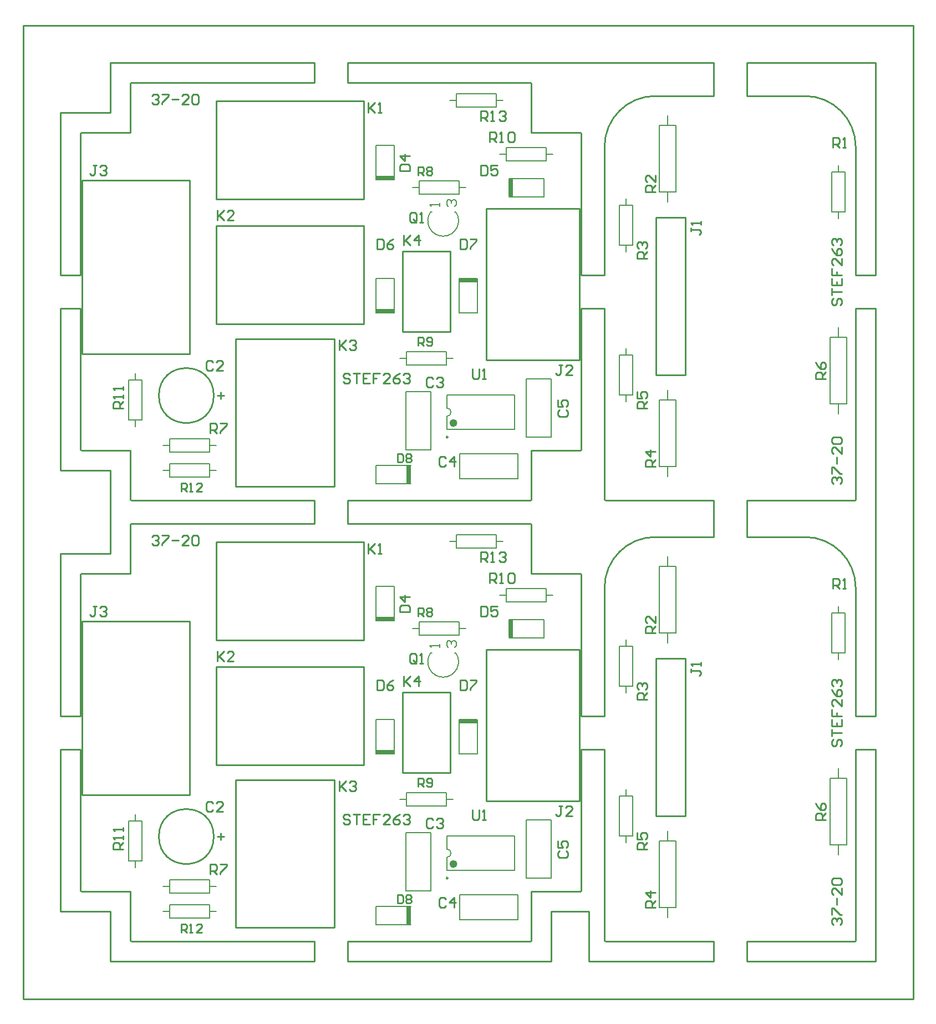
<source format=gto>
G04 Layer_Color=65535*
%FSLAX25Y25*%
%MOIN*%
G70*
G01*
G75*
%ADD17C,0.01000*%
%ADD42C,0.02362*%
%ADD43C,0.00984*%
%ADD44C,0.00787*%
%ADD45C,0.00591*%
%ADD46R,0.03150X0.11024*%
%ADD47R,0.11024X0.03150*%
%ADD48R,0.11024X0.03150*%
D17*
X114600Y362500D02*
G03*
X114600Y362500I-16500J0D01*
G01*
Y97500D02*
G03*
X114600Y97500I-16500J0D01*
G01*
X380492Y374882D02*
Y469370D01*
Y374882D02*
X398209D01*
X380492Y469370D02*
X398209D01*
Y374882D02*
Y469370D01*
X380492Y109882D02*
Y204370D01*
Y109882D02*
X398209D01*
X380492Y204370D02*
X398209D01*
Y109882D02*
Y204370D01*
X228200Y400800D02*
X256900D01*
Y449200D01*
X228200Y400800D02*
Y449200D01*
X256900D01*
X187000Y307800D02*
Y396400D01*
X127900D02*
X187000D01*
X127900Y307800D02*
X187000D01*
X127900D02*
Y396400D01*
X116100Y464500D02*
X204700D01*
X116100Y405400D02*
Y464500D01*
X204700Y405400D02*
Y464500D01*
X116100Y405400D02*
X204700D01*
X116100Y539500D02*
X204700D01*
X116100Y480400D02*
Y539500D01*
X204700Y480400D02*
Y539500D01*
X116100Y480400D02*
X204700D01*
X278583Y383917D02*
X334488D01*
Y474862D01*
X278583Y383917D02*
Y474862D01*
X334488D01*
X116780Y362500D02*
X120780D01*
X118780Y360500D02*
Y364500D01*
X35443Y491898D02*
X100089D01*
X35443Y387646D02*
Y491898D01*
X100089Y387646D02*
Y491898D01*
X35443Y387646D02*
X100089D01*
X228200Y135800D02*
X256900D01*
Y184200D01*
X228200Y135800D02*
Y184200D01*
X256900D01*
X187000Y42800D02*
Y131400D01*
X127900D02*
X187000D01*
X127900Y42800D02*
X187000D01*
X127900D02*
Y131400D01*
X116100Y199500D02*
X204700D01*
X116100Y140400D02*
Y199500D01*
X204700Y140400D02*
Y199500D01*
X116100Y140400D02*
X204700D01*
X116100Y274500D02*
X204700D01*
X116100Y215400D02*
Y274500D01*
X204700Y215400D02*
Y274500D01*
X116100Y215400D02*
X204700D01*
X278583Y118917D02*
X334488D01*
Y209862D01*
X278583Y118917D02*
Y209862D01*
X334488D01*
X116780Y97500D02*
X120780D01*
X118780Y95500D02*
Y99500D01*
X35443Y226898D02*
X100089D01*
X35443Y122646D02*
Y226898D01*
X100089Y122646D02*
Y226898D01*
X35443Y122646D02*
X100089D01*
X487002Y44500D02*
X486002Y45500D01*
Y47499D01*
X487002Y48499D01*
X488001D01*
X489001Y47499D01*
Y46499D01*
Y47499D01*
X490001Y48499D01*
X491000D01*
X492000Y47499D01*
Y45500D01*
X491000Y44500D01*
X486002Y50498D02*
Y54497D01*
X487002D01*
X491000Y50498D01*
X492000D01*
X489001Y56496D02*
Y60495D01*
X492000Y66493D02*
Y62494D01*
X488001Y66493D01*
X487002D01*
X486002Y65493D01*
Y63494D01*
X487002Y62494D01*
Y68492D02*
X486002Y69492D01*
Y71491D01*
X487002Y72491D01*
X491000D01*
X492000Y71491D01*
Y69492D01*
X491000Y68492D01*
X487002D01*
Y155999D02*
X486002Y154999D01*
Y153000D01*
X487002Y152000D01*
X488001D01*
X489001Y153000D01*
Y154999D01*
X490001Y155999D01*
X491000D01*
X492000Y154999D01*
Y153000D01*
X491000Y152000D01*
X486002Y157998D02*
Y161997D01*
Y159997D01*
X492000D01*
X486002Y167995D02*
Y163996D01*
X492000D01*
Y167995D01*
X489001Y163996D02*
Y165996D01*
X486002Y173993D02*
Y169994D01*
X489001D01*
Y171994D01*
Y169994D01*
X492000D01*
Y179991D02*
Y175992D01*
X488001Y179991D01*
X487002D01*
X486002Y178991D01*
Y176992D01*
X487002Y175992D01*
X486002Y185989D02*
X487002Y183990D01*
X489001Y181990D01*
X491000D01*
X492000Y182990D01*
Y184989D01*
X491000Y185989D01*
X490001D01*
X489001Y184989D01*
Y181990D01*
X487002Y187988D02*
X486002Y188988D01*
Y190987D01*
X487002Y191987D01*
X488001D01*
X489001Y190987D01*
Y189988D01*
Y190987D01*
X490001Y191987D01*
X491000D01*
X492000Y190987D01*
Y188988D01*
X491000Y187988D01*
X487002Y309500D02*
X486002Y310500D01*
Y312499D01*
X487002Y313499D01*
X488001D01*
X489001Y312499D01*
Y311499D01*
Y312499D01*
X490001Y313499D01*
X491000D01*
X492000Y312499D01*
Y310500D01*
X491000Y309500D01*
X486002Y315498D02*
Y319497D01*
X487002D01*
X491000Y315498D01*
X492000D01*
X489001Y321496D02*
Y325495D01*
X492000Y331493D02*
Y327494D01*
X488001Y331493D01*
X487002D01*
X486002Y330493D01*
Y328494D01*
X487002Y327494D01*
Y333492D02*
X486002Y334492D01*
Y336491D01*
X487002Y337491D01*
X491000D01*
X492000Y336491D01*
Y334492D01*
X491000Y333492D01*
X487002D01*
Y420999D02*
X486002Y419999D01*
Y418000D01*
X487002Y417000D01*
X488001D01*
X489001Y418000D01*
Y419999D01*
X490001Y420999D01*
X491000D01*
X492000Y419999D01*
Y418000D01*
X491000Y417000D01*
X486002Y422998D02*
Y426997D01*
Y424997D01*
X492000D01*
X486002Y432995D02*
Y428996D01*
X492000D01*
Y432995D01*
X489001Y428996D02*
Y430996D01*
X486002Y438993D02*
Y434994D01*
X489001D01*
Y436994D01*
Y434994D01*
X492000D01*
Y444991D02*
Y440992D01*
X488001Y444991D01*
X487002D01*
X486002Y443991D01*
Y441992D01*
X487002Y440992D01*
X486002Y450989D02*
X487002Y448990D01*
X489001Y446990D01*
X491000D01*
X492000Y447990D01*
Y449989D01*
X491000Y450989D01*
X490001D01*
X489001Y449989D01*
Y446990D01*
X487002Y452988D02*
X486002Y453988D01*
Y455987D01*
X487002Y456987D01*
X488001D01*
X489001Y455987D01*
Y454988D01*
Y455987D01*
X490001Y456987D01*
X491000D01*
X492000Y455987D01*
Y453988D01*
X491000Y452988D01*
X401502Y463251D02*
Y461251D01*
Y462251D01*
X406500D01*
X407500Y461251D01*
Y460252D01*
X406500Y459252D01*
X407500Y465250D02*
Y467249D01*
Y466250D01*
X401502D01*
X402502Y465250D01*
X486600Y511500D02*
Y517498D01*
X489599D01*
X490599Y516498D01*
Y514499D01*
X489599Y513499D01*
X486600D01*
X488599D02*
X490599Y511500D01*
X492598D02*
X494597D01*
X493598D01*
Y517498D01*
X492598Y516498D01*
X380000Y485000D02*
X374002D01*
Y487999D01*
X375002Y488999D01*
X377001D01*
X378001Y487999D01*
Y485000D01*
Y486999D02*
X380000Y488999D01*
Y494997D02*
Y490998D01*
X376001Y494997D01*
X375002D01*
X374002Y493997D01*
Y491998D01*
X375002Y490998D01*
X375000Y445000D02*
X369002D01*
Y447999D01*
X370002Y448999D01*
X372001D01*
X373001Y447999D01*
Y445000D01*
Y446999D02*
X375000Y448999D01*
X370002Y450998D02*
X369002Y451998D01*
Y453997D01*
X370002Y454997D01*
X371001D01*
X372001Y453997D01*
Y452997D01*
Y453997D01*
X373001Y454997D01*
X374000D01*
X375000Y453997D01*
Y451998D01*
X374000Y450998D01*
X380000Y320000D02*
X374002D01*
Y322999D01*
X375002Y323999D01*
X377001D01*
X378001Y322999D01*
Y320000D01*
Y321999D02*
X380000Y323999D01*
Y328997D02*
X374002D01*
X377001Y325998D01*
Y329997D01*
X375000Y355000D02*
X369002D01*
Y357999D01*
X370002Y358999D01*
X372001D01*
X373001Y357999D01*
Y355000D01*
Y356999D02*
X375000Y358999D01*
X369002Y364997D02*
Y360998D01*
X372001D01*
X371001Y362997D01*
Y363997D01*
X372001Y364997D01*
X374000D01*
X375000Y363997D01*
Y361998D01*
X374000Y360998D01*
X482500Y372500D02*
X476502D01*
Y375499D01*
X477502Y376499D01*
X479501D01*
X480501Y375499D01*
Y372500D01*
Y374499D02*
X482500Y376499D01*
X476502Y382497D02*
X477502Y380497D01*
X479501Y378498D01*
X481500D01*
X482500Y379498D01*
Y381497D01*
X481500Y382497D01*
X480501D01*
X479501Y381497D01*
Y378498D01*
X401502Y198251D02*
Y196251D01*
Y197251D01*
X406500D01*
X407500Y196251D01*
Y195252D01*
X406500Y194252D01*
X407500Y200250D02*
Y202249D01*
Y201250D01*
X401502D01*
X402502Y200250D01*
X486600Y246500D02*
Y252498D01*
X489599D01*
X490599Y251498D01*
Y249499D01*
X489599Y248499D01*
X486600D01*
X488599D02*
X490599Y246500D01*
X492598D02*
X494597D01*
X493598D01*
Y252498D01*
X492598Y251498D01*
X380000Y220000D02*
X374002D01*
Y222999D01*
X375002Y223999D01*
X377001D01*
X378001Y222999D01*
Y220000D01*
Y221999D02*
X380000Y223999D01*
Y229997D02*
Y225998D01*
X376001Y229997D01*
X375002D01*
X374002Y228997D01*
Y226998D01*
X375002Y225998D01*
X375000Y180000D02*
X369002D01*
Y182999D01*
X370002Y183999D01*
X372001D01*
X373001Y182999D01*
Y180000D01*
Y181999D02*
X375000Y183999D01*
X370002Y185998D02*
X369002Y186998D01*
Y188997D01*
X370002Y189997D01*
X371001D01*
X372001Y188997D01*
Y187997D01*
Y188997D01*
X373001Y189997D01*
X374000D01*
X375000Y188997D01*
Y186998D01*
X374000Y185998D01*
X380000Y55000D02*
X374002D01*
Y57999D01*
X375002Y58999D01*
X377001D01*
X378001Y57999D01*
Y55000D01*
Y56999D02*
X380000Y58999D01*
Y63997D02*
X374002D01*
X377001Y60998D01*
Y64997D01*
X375000Y90000D02*
X369002D01*
Y92999D01*
X370002Y93999D01*
X372001D01*
X373001Y92999D01*
Y90000D01*
Y91999D02*
X375000Y93999D01*
X369002Y99997D02*
Y95998D01*
X372001D01*
X371001Y97997D01*
Y98997D01*
X372001Y99997D01*
X374000D01*
X375000Y98997D01*
Y96998D01*
X374000Y95998D01*
X482500Y107500D02*
X476502D01*
Y110499D01*
X477502Y111499D01*
X479501D01*
X480501Y110499D01*
Y107500D01*
Y109499D02*
X482500Y111499D01*
X476502Y117497D02*
X477502Y115497D01*
X479501Y113498D01*
X481500D01*
X482500Y114498D01*
Y116497D01*
X481500Y117497D01*
X480501D01*
X479501Y116497D01*
Y113498D01*
X270000Y378498D02*
Y373500D01*
X271000Y372500D01*
X272999D01*
X273999Y373500D01*
Y378498D01*
X275998Y372500D02*
X277997D01*
X276998D01*
Y378498D01*
X275998Y377498D01*
X275000Y527500D02*
Y533498D01*
X277999D01*
X278999Y532498D01*
Y530499D01*
X277999Y529499D01*
X275000D01*
X276999D02*
X278999Y527500D01*
X280998D02*
X282997D01*
X281998D01*
Y533498D01*
X280998Y532498D01*
X285996D02*
X286996Y533498D01*
X288996D01*
X289995Y532498D01*
Y531499D01*
X288996Y530499D01*
X287996D01*
X288996D01*
X289995Y529499D01*
Y528500D01*
X288996Y527500D01*
X286996D01*
X285996Y528500D01*
X95000Y305000D02*
Y309998D01*
X97499D01*
X98332Y309165D01*
Y307499D01*
X97499Y306666D01*
X95000D01*
X96666D02*
X98332Y305000D01*
X99998D02*
X101664D01*
X100831D01*
Y309998D01*
X99998Y309165D01*
X107496Y305000D02*
X104164D01*
X107496Y308332D01*
Y309165D01*
X106663Y309998D01*
X104997D01*
X104164Y309165D01*
X60000Y355000D02*
X54002D01*
Y357999D01*
X55002Y358999D01*
X57001D01*
X58001Y357999D01*
Y355000D01*
Y356999D02*
X60000Y358999D01*
Y360998D02*
Y362997D01*
Y361998D01*
X54002D01*
X55002Y360998D01*
X60000Y365996D02*
Y367996D01*
Y366996D01*
X54002D01*
X55002Y365996D01*
X280300Y514900D02*
Y520898D01*
X283299D01*
X284299Y519898D01*
Y517899D01*
X283299Y516899D01*
X280300D01*
X282299D02*
X284299Y514900D01*
X286298D02*
X288297D01*
X287298D01*
Y520898D01*
X286298Y519898D01*
X291296D02*
X292296Y520898D01*
X294296D01*
X295295Y519898D01*
Y515900D01*
X294296Y514900D01*
X292296D01*
X291296Y515900D01*
Y519898D01*
X237500Y392500D02*
Y397498D01*
X239999D01*
X240832Y396665D01*
Y394999D01*
X239999Y394166D01*
X237500D01*
X239166D02*
X240832Y392500D01*
X242498Y393333D02*
X243331Y392500D01*
X244998D01*
X245831Y393333D01*
Y396665D01*
X244998Y397498D01*
X243331D01*
X242498Y396665D01*
Y395832D01*
X243331Y394999D01*
X245831D01*
X237500Y495000D02*
Y499998D01*
X239999D01*
X240832Y499165D01*
Y497499D01*
X239999Y496666D01*
X237500D01*
X239166D02*
X240832Y495000D01*
X242498Y499165D02*
X243331Y499998D01*
X244998D01*
X245831Y499165D01*
Y498332D01*
X244998Y497499D01*
X245831Y496666D01*
Y495833D01*
X244998Y495000D01*
X243331D01*
X242498Y495833D01*
Y496666D01*
X243331Y497499D01*
X242498Y498332D01*
Y499165D01*
X243331Y497499D02*
X244998D01*
X112500Y340000D02*
Y345998D01*
X115499D01*
X116499Y344998D01*
Y342999D01*
X115499Y341999D01*
X112500D01*
X114499D02*
X116499Y340000D01*
X118498Y345998D02*
X122497D01*
Y344998D01*
X118498Y341000D01*
Y340000D01*
X236499Y467500D02*
Y471498D01*
X235499Y472498D01*
X233500D01*
X232500Y471498D01*
Y467500D01*
X233500Y466500D01*
X235499D01*
X234499Y468499D02*
X236499Y466500D01*
X235499D02*
X236499Y467500D01*
X238498Y466500D02*
X240497D01*
X239498D01*
Y472498D01*
X238498Y471498D01*
X228700Y458698D02*
Y452700D01*
Y454699D01*
X232699Y458698D01*
X229700Y455699D01*
X232699Y452700D01*
X237697D02*
Y458698D01*
X234698Y455699D01*
X238697D01*
X190000Y395998D02*
Y390000D01*
Y391999D01*
X193999Y395998D01*
X191000Y392999D01*
X193999Y390000D01*
X195998Y394998D02*
X196998Y395998D01*
X198997D01*
X199997Y394998D01*
Y393999D01*
X198997Y392999D01*
X197997D01*
X198997D01*
X199997Y391999D01*
Y391000D01*
X198997Y390000D01*
X196998D01*
X195998Y391000D01*
X116600Y473998D02*
Y468000D01*
Y469999D01*
X120599Y473998D01*
X117600Y470999D01*
X120599Y468000D01*
X126597D02*
X122598D01*
X126597Y471999D01*
Y472998D01*
X125597Y473998D01*
X123598D01*
X122598Y472998D01*
X207500Y538498D02*
Y532500D01*
Y534499D01*
X211499Y538498D01*
X208500Y535499D01*
X211499Y532500D01*
X213498D02*
X215497D01*
X214498D01*
Y538498D01*
X213498Y537498D01*
X323999Y380998D02*
X321999D01*
X322999D01*
Y376000D01*
X321999Y375000D01*
X321000D01*
X320000Y376000D01*
X329997Y375000D02*
X325998D01*
X329997Y378999D01*
Y379998D01*
X328997Y380998D01*
X326998D01*
X325998Y379998D01*
X225000Y327498D02*
Y322500D01*
X227499D01*
X228332Y323333D01*
Y326665D01*
X227499Y327498D01*
X225000D01*
X229998Y326665D02*
X230831Y327498D01*
X232498D01*
X233331Y326665D01*
Y325832D01*
X232498Y324999D01*
X233331Y324166D01*
Y323333D01*
X232498Y322500D01*
X230831D01*
X229998Y323333D01*
Y324166D01*
X230831Y324999D01*
X229998Y325832D01*
Y326665D01*
X230831Y324999D02*
X232498D01*
X262600Y456398D02*
Y450400D01*
X265599D01*
X266599Y451400D01*
Y455398D01*
X265599Y456398D01*
X262600D01*
X268598D02*
X272597D01*
Y455398D01*
X268598Y451400D01*
Y450400D01*
X212600Y456398D02*
Y450400D01*
X215599D01*
X216599Y451400D01*
Y455398D01*
X215599Y456398D01*
X212600D01*
X222597D02*
X220597Y455398D01*
X218598Y453399D01*
Y451400D01*
X219598Y450400D01*
X221597D01*
X222597Y451400D01*
Y452399D01*
X221597Y453399D01*
X218598D01*
X275000Y500998D02*
Y495000D01*
X277999D01*
X278999Y496000D01*
Y499998D01*
X277999Y500998D01*
X275000D01*
X284997D02*
X280998D01*
Y497999D01*
X282997Y498999D01*
X283997D01*
X284997Y497999D01*
Y496000D01*
X283997Y495000D01*
X281998D01*
X280998Y496000D01*
X226502Y497500D02*
X232500D01*
Y500499D01*
X231500Y501499D01*
X227502D01*
X226502Y500499D01*
Y497500D01*
X232500Y506497D02*
X226502D01*
X229501Y503498D01*
Y507497D01*
X322502Y353999D02*
X321502Y352999D01*
Y351000D01*
X322502Y350000D01*
X326500D01*
X327500Y351000D01*
Y352999D01*
X326500Y353999D01*
X321502Y359997D02*
Y355998D01*
X324501D01*
X323501Y357997D01*
Y358997D01*
X324501Y359997D01*
X326500D01*
X327500Y358997D01*
Y356998D01*
X326500Y355998D01*
X253999Y324998D02*
X252999Y325998D01*
X251000D01*
X250000Y324998D01*
Y321000D01*
X251000Y320000D01*
X252999D01*
X253999Y321000D01*
X258997Y320000D02*
Y325998D01*
X255998Y322999D01*
X259997D01*
X246499Y372498D02*
X245499Y373498D01*
X243500D01*
X242500Y372498D01*
Y368500D01*
X243500Y367500D01*
X245499D01*
X246499Y368500D01*
X248498Y372498D02*
X249498Y373498D01*
X251497D01*
X252497Y372498D01*
Y371499D01*
X251497Y370499D01*
X250497D01*
X251497D01*
X252497Y369499D01*
Y368500D01*
X251497Y367500D01*
X249498D01*
X248498Y368500D01*
X113999Y382498D02*
X112999Y383498D01*
X111000D01*
X110000Y382498D01*
Y378500D01*
X111000Y377500D01*
X112999D01*
X113999Y378500D01*
X119997Y377500D02*
X115998D01*
X119997Y381499D01*
Y382498D01*
X118997Y383498D01*
X116998D01*
X115998Y382498D01*
X43999Y500998D02*
X41999D01*
X42999D01*
Y496000D01*
X41999Y495000D01*
X41000D01*
X40000Y496000D01*
X45998Y499998D02*
X46998Y500998D01*
X48997D01*
X49997Y499998D01*
Y498999D01*
X48997Y497999D01*
X47997D01*
X48997D01*
X49997Y496999D01*
Y496000D01*
X48997Y495000D01*
X46998D01*
X45998Y496000D01*
X196499Y374998D02*
X195499Y375998D01*
X193500D01*
X192500Y374998D01*
Y373999D01*
X193500Y372999D01*
X195499D01*
X196499Y371999D01*
Y371000D01*
X195499Y370000D01*
X193500D01*
X192500Y371000D01*
X198498Y375998D02*
X202497D01*
X200497D01*
Y370000D01*
X208495Y375998D02*
X204496D01*
Y370000D01*
X208495D01*
X204496Y372999D02*
X206495D01*
X214493Y375998D02*
X210494D01*
Y372999D01*
X212493D01*
X210494D01*
Y370000D01*
X220491D02*
X216492D01*
X220491Y373999D01*
Y374998D01*
X219491Y375998D01*
X217492D01*
X216492Y374998D01*
X226489Y375998D02*
X224490Y374998D01*
X222490Y372999D01*
Y371000D01*
X223490Y370000D01*
X225489D01*
X226489Y371000D01*
Y371999D01*
X225489Y372999D01*
X222490D01*
X228488Y374998D02*
X229488Y375998D01*
X231487D01*
X232487Y374998D01*
Y373999D01*
X231487Y372999D01*
X230488D01*
X231487D01*
X232487Y371999D01*
Y371000D01*
X231487Y370000D01*
X229488D01*
X228488Y371000D01*
X77500Y542498D02*
X78500Y543498D01*
X80499D01*
X81499Y542498D01*
Y541499D01*
X80499Y540499D01*
X79499D01*
X80499D01*
X81499Y539499D01*
Y538500D01*
X80499Y537500D01*
X78500D01*
X77500Y538500D01*
X83498Y543498D02*
X87497D01*
Y542498D01*
X83498Y538500D01*
Y537500D01*
X89496Y540499D02*
X93495D01*
X99493Y537500D02*
X95494D01*
X99493Y541499D01*
Y542498D01*
X98493Y543498D01*
X96494D01*
X95494Y542498D01*
X101492D02*
X102492Y543498D01*
X104491D01*
X105491Y542498D01*
Y538500D01*
X104491Y537500D01*
X102492D01*
X101492Y538500D01*
Y542498D01*
X270000Y113498D02*
Y108500D01*
X271000Y107500D01*
X272999D01*
X273999Y108500D01*
Y113498D01*
X275998Y107500D02*
X277997D01*
X276998D01*
Y113498D01*
X275998Y112498D01*
X275000Y262500D02*
Y268498D01*
X277999D01*
X278999Y267498D01*
Y265499D01*
X277999Y264499D01*
X275000D01*
X276999D02*
X278999Y262500D01*
X280998D02*
X282997D01*
X281998D01*
Y268498D01*
X280998Y267498D01*
X285996D02*
X286996Y268498D01*
X288996D01*
X289995Y267498D01*
Y266499D01*
X288996Y265499D01*
X287996D01*
X288996D01*
X289995Y264499D01*
Y263500D01*
X288996Y262500D01*
X286996D01*
X285996Y263500D01*
X95000Y40000D02*
Y44998D01*
X97499D01*
X98332Y44165D01*
Y42499D01*
X97499Y41666D01*
X95000D01*
X96666D02*
X98332Y40000D01*
X99998D02*
X101664D01*
X100831D01*
Y44998D01*
X99998Y44165D01*
X107496Y40000D02*
X104164D01*
X107496Y43332D01*
Y44165D01*
X106663Y44998D01*
X104997D01*
X104164Y44165D01*
X60000Y90000D02*
X54002D01*
Y92999D01*
X55002Y93999D01*
X57001D01*
X58001Y92999D01*
Y90000D01*
Y91999D02*
X60000Y93999D01*
Y95998D02*
Y97997D01*
Y96998D01*
X54002D01*
X55002Y95998D01*
X60000Y100996D02*
Y102996D01*
Y101996D01*
X54002D01*
X55002Y100996D01*
X280300Y249900D02*
Y255898D01*
X283299D01*
X284299Y254898D01*
Y252899D01*
X283299Y251899D01*
X280300D01*
X282299D02*
X284299Y249900D01*
X286298D02*
X288297D01*
X287298D01*
Y255898D01*
X286298Y254898D01*
X291296D02*
X292296Y255898D01*
X294296D01*
X295295Y254898D01*
Y250900D01*
X294296Y249900D01*
X292296D01*
X291296Y250900D01*
Y254898D01*
X237500Y127500D02*
Y132498D01*
X239999D01*
X240832Y131665D01*
Y129999D01*
X239999Y129166D01*
X237500D01*
X239166D02*
X240832Y127500D01*
X242498Y128333D02*
X243331Y127500D01*
X244998D01*
X245831Y128333D01*
Y131665D01*
X244998Y132498D01*
X243331D01*
X242498Y131665D01*
Y130832D01*
X243331Y129999D01*
X245831D01*
X237500Y230000D02*
Y234998D01*
X239999D01*
X240832Y234165D01*
Y232499D01*
X239999Y231666D01*
X237500D01*
X239166D02*
X240832Y230000D01*
X242498Y234165D02*
X243331Y234998D01*
X244998D01*
X245831Y234165D01*
Y233332D01*
X244998Y232499D01*
X245831Y231666D01*
Y230833D01*
X244998Y230000D01*
X243331D01*
X242498Y230833D01*
Y231666D01*
X243331Y232499D01*
X242498Y233332D01*
Y234165D01*
X243331Y232499D02*
X244998D01*
X112500Y75000D02*
Y80998D01*
X115499D01*
X116499Y79998D01*
Y77999D01*
X115499Y76999D01*
X112500D01*
X114499D02*
X116499Y75000D01*
X118498Y80998D02*
X122497D01*
Y79998D01*
X118498Y76000D01*
Y75000D01*
X236499Y202500D02*
Y206498D01*
X235499Y207498D01*
X233500D01*
X232500Y206498D01*
Y202500D01*
X233500Y201500D01*
X235499D01*
X234499Y203499D02*
X236499Y201500D01*
X235499D02*
X236499Y202500D01*
X238498Y201500D02*
X240497D01*
X239498D01*
Y207498D01*
X238498Y206498D01*
X228700Y193698D02*
Y187700D01*
Y189699D01*
X232699Y193698D01*
X229700Y190699D01*
X232699Y187700D01*
X237697D02*
Y193698D01*
X234698Y190699D01*
X238697D01*
X190000Y130998D02*
Y125000D01*
Y126999D01*
X193999Y130998D01*
X191000Y127999D01*
X193999Y125000D01*
X195998Y129998D02*
X196998Y130998D01*
X198997D01*
X199997Y129998D01*
Y128999D01*
X198997Y127999D01*
X197997D01*
X198997D01*
X199997Y126999D01*
Y126000D01*
X198997Y125000D01*
X196998D01*
X195998Y126000D01*
X116600Y208998D02*
Y203000D01*
Y204999D01*
X120599Y208998D01*
X117600Y205999D01*
X120599Y203000D01*
X126597D02*
X122598D01*
X126597Y206999D01*
Y207998D01*
X125597Y208998D01*
X123598D01*
X122598Y207998D01*
X207500Y273498D02*
Y267500D01*
Y269499D01*
X211499Y273498D01*
X208500Y270499D01*
X211499Y267500D01*
X213498D02*
X215497D01*
X214498D01*
Y273498D01*
X213498Y272498D01*
X323999Y115998D02*
X321999D01*
X322999D01*
Y111000D01*
X321999Y110000D01*
X321000D01*
X320000Y111000D01*
X329997Y110000D02*
X325998D01*
X329997Y113999D01*
Y114998D01*
X328997Y115998D01*
X326998D01*
X325998Y114998D01*
X225000Y62498D02*
Y57500D01*
X227499D01*
X228332Y58333D01*
Y61665D01*
X227499Y62498D01*
X225000D01*
X229998Y61665D02*
X230831Y62498D01*
X232498D01*
X233331Y61665D01*
Y60832D01*
X232498Y59999D01*
X233331Y59166D01*
Y58333D01*
X232498Y57500D01*
X230831D01*
X229998Y58333D01*
Y59166D01*
X230831Y59999D01*
X229998Y60832D01*
Y61665D01*
X230831Y59999D02*
X232498D01*
X262600Y191398D02*
Y185400D01*
X265599D01*
X266599Y186400D01*
Y190398D01*
X265599Y191398D01*
X262600D01*
X268598D02*
X272597D01*
Y190398D01*
X268598Y186400D01*
Y185400D01*
X212600Y191398D02*
Y185400D01*
X215599D01*
X216599Y186400D01*
Y190398D01*
X215599Y191398D01*
X212600D01*
X222597D02*
X220597Y190398D01*
X218598Y188399D01*
Y186400D01*
X219598Y185400D01*
X221597D01*
X222597Y186400D01*
Y187399D01*
X221597Y188399D01*
X218598D01*
X275000Y235998D02*
Y230000D01*
X277999D01*
X278999Y231000D01*
Y234998D01*
X277999Y235998D01*
X275000D01*
X284997D02*
X280998D01*
Y232999D01*
X282997Y233999D01*
X283997D01*
X284997Y232999D01*
Y231000D01*
X283997Y230000D01*
X281998D01*
X280998Y231000D01*
X226502Y232500D02*
X232500D01*
Y235499D01*
X231500Y236499D01*
X227502D01*
X226502Y235499D01*
Y232500D01*
X232500Y241497D02*
X226502D01*
X229501Y238498D01*
Y242497D01*
X322502Y88999D02*
X321502Y87999D01*
Y86000D01*
X322502Y85000D01*
X326500D01*
X327500Y86000D01*
Y87999D01*
X326500Y88999D01*
X321502Y94997D02*
Y90998D01*
X324501D01*
X323501Y92997D01*
Y93997D01*
X324501Y94997D01*
X326500D01*
X327500Y93997D01*
Y91998D01*
X326500Y90998D01*
X253999Y59998D02*
X252999Y60998D01*
X251000D01*
X250000Y59998D01*
Y56000D01*
X251000Y55000D01*
X252999D01*
X253999Y56000D01*
X258997Y55000D02*
Y60998D01*
X255998Y57999D01*
X259997D01*
X246499Y107498D02*
X245499Y108498D01*
X243500D01*
X242500Y107498D01*
Y103500D01*
X243500Y102500D01*
X245499D01*
X246499Y103500D01*
X248498Y107498D02*
X249498Y108498D01*
X251497D01*
X252497Y107498D01*
Y106499D01*
X251497Y105499D01*
X250497D01*
X251497D01*
X252497Y104499D01*
Y103500D01*
X251497Y102500D01*
X249498D01*
X248498Y103500D01*
X113999Y117498D02*
X112999Y118498D01*
X111000D01*
X110000Y117498D01*
Y113500D01*
X111000Y112500D01*
X112999D01*
X113999Y113500D01*
X119997Y112500D02*
X115998D01*
X119997Y116499D01*
Y117498D01*
X118997Y118498D01*
X116998D01*
X115998Y117498D01*
X43999Y235998D02*
X41999D01*
X42999D01*
Y231000D01*
X41999Y230000D01*
X41000D01*
X40000Y231000D01*
X45998Y234998D02*
X46998Y235998D01*
X48997D01*
X49997Y234998D01*
Y233999D01*
X48997Y232999D01*
X47997D01*
X48997D01*
X49997Y231999D01*
Y231000D01*
X48997Y230000D01*
X46998D01*
X45998Y231000D01*
X196499Y109998D02*
X195499Y110998D01*
X193500D01*
X192500Y109998D01*
Y108999D01*
X193500Y107999D01*
X195499D01*
X196499Y106999D01*
Y106000D01*
X195499Y105000D01*
X193500D01*
X192500Y106000D01*
X198498Y110998D02*
X202497D01*
X200497D01*
Y105000D01*
X208495Y110998D02*
X204496D01*
Y105000D01*
X208495D01*
X204496Y107999D02*
X206495D01*
X214493Y110998D02*
X210494D01*
Y107999D01*
X212493D01*
X210494D01*
Y105000D01*
X220491D02*
X216492D01*
X220491Y108999D01*
Y109998D01*
X219491Y110998D01*
X217492D01*
X216492Y109998D01*
X226489Y110998D02*
X224490Y109998D01*
X222490Y107999D01*
Y106000D01*
X223490Y105000D01*
X225489D01*
X226489Y106000D01*
Y106999D01*
X225489Y107999D01*
X222490D01*
X228488Y109998D02*
X229488Y110998D01*
X231487D01*
X232487Y109998D01*
Y108999D01*
X231487Y107999D01*
X230488D01*
X231487D01*
X232487Y106999D01*
Y106000D01*
X231487Y105000D01*
X229488D01*
X228488Y106000D01*
X77500Y277498D02*
X78500Y278498D01*
X80499D01*
X81499Y277498D01*
Y276499D01*
X80499Y275499D01*
X79499D01*
X80499D01*
X81499Y274499D01*
Y273500D01*
X80499Y272500D01*
X78500D01*
X77500Y273500D01*
X83498Y278498D02*
X87497D01*
Y277498D01*
X83498Y273500D01*
Y272500D01*
X89496Y275499D02*
X93495D01*
X99493Y272500D02*
X95494D01*
X99493Y276499D01*
Y277498D01*
X98493Y278498D01*
X96494D01*
X95494Y277498D01*
X101492D02*
X102492Y278498D01*
X104491D01*
X105491Y277498D01*
Y273500D01*
X104491Y272500D01*
X102492D01*
X101492Y273500D01*
Y277498D01*
X500000Y299500D02*
G03*
X500500Y300000I0J500D01*
G01*
X500000Y299500D02*
G03*
X500500Y300000I0J500D01*
G01*
X349500D02*
G03*
X350000Y299500I500J0D01*
G01*
X349500Y300000D02*
G03*
X350000Y299500I500J0D01*
G01*
X500500Y512000D02*
G03*
X470000Y542500I-30500J0D01*
G01*
X380000D02*
G03*
X349500Y512000I0J-30500D01*
G01*
X500000Y34500D02*
G03*
X500500Y35000I0J500D01*
G01*
X500000Y34500D02*
G03*
X500500Y35000I0J500D01*
G01*
X349500D02*
G03*
X350000Y34500I500J0D01*
G01*
X349500Y35000D02*
G03*
X350000Y34500I500J0D01*
G01*
X500500Y247000D02*
G03*
X470000Y277500I-30500J0D01*
G01*
X380000D02*
G03*
X349500Y247000I0J-30500D01*
G01*
X34500Y330000D02*
G03*
X35000Y329500I500J0D01*
G01*
X34500Y330000D02*
G03*
X35000Y329500I500J0D01*
G01*
X64500Y300000D02*
G03*
X65000Y299500I500J0D01*
G01*
X64500Y300000D02*
G03*
X65000Y299500I500J0D01*
G01*
X35000Y520500D02*
G03*
X34500Y520000I0J-500D01*
G01*
X35000Y520500D02*
G03*
X34500Y520000I0J-500D01*
G01*
X65000Y550500D02*
G03*
X64500Y550000I0J-500D01*
G01*
X65000Y550500D02*
G03*
X64500Y550000I0J-500D01*
G01*
X305000Y299500D02*
G03*
X305500Y300000I0J500D01*
G01*
X305000Y299500D02*
G03*
X305500Y300000I0J500D01*
G01*
X335000Y329500D02*
G03*
X335500Y330000I0J500D01*
G01*
X335000Y329500D02*
G03*
X335500Y330000I0J500D01*
G01*
X305500Y550000D02*
G03*
X305000Y550500I-500J0D01*
G01*
X305500Y550000D02*
G03*
X305000Y550500I-500J0D01*
G01*
X335500Y520000D02*
G03*
X335000Y520500I-500J0D01*
G01*
X335500Y520000D02*
G03*
X335000Y520500I-500J0D01*
G01*
X34500Y65000D02*
G03*
X35000Y64500I500J0D01*
G01*
X34500Y65000D02*
G03*
X35000Y64500I500J0D01*
G01*
X64500Y35000D02*
G03*
X65000Y34500I500J0D01*
G01*
X64500Y35000D02*
G03*
X65000Y34500I500J0D01*
G01*
X35000Y255500D02*
G03*
X34500Y255000I0J-500D01*
G01*
X35000Y255500D02*
G03*
X34500Y255000I0J-500D01*
G01*
X65000Y285500D02*
G03*
X64500Y285000I0J-500D01*
G01*
X65000Y285500D02*
G03*
X64500Y285000I0J-500D01*
G01*
X305000Y34500D02*
G03*
X305500Y35000I0J500D01*
G01*
X305000Y34500D02*
G03*
X305500Y35000I0J500D01*
G01*
X335000Y64500D02*
G03*
X335500Y65000I0J500D01*
G01*
X335000Y64500D02*
G03*
X335500Y65000I0J500D01*
G01*
X305500Y285000D02*
G03*
X305000Y285500I-500J0D01*
G01*
X305500Y285000D02*
G03*
X305000Y285500I-500J0D01*
G01*
X335500Y255000D02*
G03*
X335000Y255500I-500J0D01*
G01*
X335500Y255000D02*
G03*
X335000Y255500I-500J0D01*
G01*
X435000Y542500D02*
Y562500D01*
X415000Y542500D02*
Y562500D01*
X435000Y277500D02*
Y299500D01*
X415000Y277500D02*
Y299500D01*
X435000Y22500D02*
Y34500D01*
X415000Y22500D02*
Y34500D01*
X195000Y22500D02*
Y34500D01*
X175000Y22500D02*
Y34500D01*
X195000Y285500D02*
Y299500D01*
X175000Y285500D02*
Y299500D01*
X195000Y550500D02*
Y562500D01*
X175000Y550500D02*
Y562500D01*
X435000Y299500D02*
X500000D01*
X350000D02*
X415000D01*
X435000Y542500D02*
X470000D01*
X380000D02*
X415000D01*
X435000Y277500D02*
X470000D01*
X380000D02*
X415000D01*
X435000Y562500D02*
X512500D01*
X335000D02*
X415000D01*
X435000Y34500D02*
X500000D01*
X350000D02*
X415000D01*
X435000Y22500D02*
X512500D01*
X340000D02*
X415000D01*
X195000Y299500D02*
X305000D01*
X65000D02*
X175000D01*
X195000Y550500D02*
X305000D01*
X65000D02*
X175000D01*
X195000Y285500D02*
X305000D01*
X65000D02*
X175000D01*
X195000Y562500D02*
X317500D01*
X52500D02*
X175000D01*
X195000Y34500D02*
X305000D01*
X65000D02*
X175000D01*
X195000Y22500D02*
X317500D01*
X52500D02*
X175000D01*
X22500Y415000D02*
X34500D01*
X22500Y435000D02*
X34500D01*
X335500Y415000D02*
X349500D01*
X335500Y435000D02*
X349500D01*
X500500Y415000D02*
X512500D01*
X500500Y435000D02*
X512500D01*
X500500D02*
Y512000D01*
Y300000D02*
Y415000D01*
X349500Y435000D02*
Y512000D01*
Y300000D02*
Y415000D01*
X512500Y435000D02*
Y562500D01*
Y170000D02*
Y415000D01*
X335500Y435000D02*
Y520000D01*
Y330000D02*
Y415000D01*
X34500Y435000D02*
Y520000D01*
Y330000D02*
Y415000D01*
X22500Y435000D02*
Y532500D01*
Y317500D02*
Y415000D01*
X500500Y170000D02*
X512500D01*
X500500Y150000D02*
X512500D01*
X335500D02*
X349500D01*
X335500Y170000D02*
X349500D01*
X22500Y150000D02*
X34500D01*
X22500Y170000D02*
X34500D01*
X500500D02*
Y247000D01*
Y35000D02*
Y150000D01*
X349500Y170000D02*
Y247000D01*
Y35000D02*
Y150000D01*
X512500Y22500D02*
Y150000D01*
X335500Y170000D02*
Y255000D01*
Y65000D02*
Y150000D01*
X34500Y170000D02*
Y255000D01*
Y65000D02*
Y150000D01*
X22500Y170000D02*
Y267500D01*
Y52500D02*
Y150000D01*
X340000Y22500D02*
Y52500D01*
X317500Y562500D02*
X335000D01*
X52500Y532500D02*
Y562500D01*
X22500Y532500D02*
X52500D01*
X64500Y300000D02*
Y329500D01*
X35000D02*
X64500D01*
X35000Y520500D02*
X64500D01*
Y550000D01*
X305500Y300000D02*
Y329500D01*
X335000D01*
X305500Y520500D02*
Y550000D01*
Y520500D02*
X335000D01*
X64500Y35000D02*
Y64500D01*
X35000D02*
X64500D01*
X35000Y255500D02*
X64500D01*
Y285000D01*
X305500Y35000D02*
Y64500D01*
X335000D01*
X305500Y255500D02*
Y285000D01*
Y255500D02*
X335000D01*
X22500Y317500D02*
X52500D01*
Y267500D02*
Y317500D01*
X22500Y267500D02*
X52500D01*
X317500Y52500D02*
X340000D01*
X317500Y22500D02*
Y52500D01*
X52500Y22500D02*
Y52500D01*
X22500D02*
X52500D01*
X0Y0D02*
X535000D01*
Y585000D01*
X0D02*
X535000D01*
X0Y0D02*
Y585000D01*
D42*
X259842Y346004D02*
G03*
X259842Y346004I-1181J0D01*
G01*
Y81004D02*
G03*
X259842Y81004I-1181J0D01*
G01*
D43*
X255374Y337500D02*
G03*
X255374Y337500I-492J0D01*
G01*
Y72500D02*
G03*
X255374Y72500I-492J0D01*
G01*
D44*
X254724Y350000D02*
G03*
X254724Y355000I0J2500D01*
G01*
X244941Y472815D02*
G03*
X260059Y472815I7559J-5315D01*
G01*
X254724Y85000D02*
G03*
X254724Y90000I0J2500D01*
G01*
X244941Y207815D02*
G03*
X260059Y207815I7559J-5315D01*
G01*
X494000Y473000D02*
Y497000D01*
X490000D02*
Y501000D01*
Y469000D02*
Y473000D01*
X486000Y497000D02*
X494000D01*
X486000Y473000D02*
X494000D01*
X486000D02*
Y497000D01*
X392500Y485000D02*
Y525000D01*
X387500D02*
Y531000D01*
Y479000D02*
Y485000D01*
X382500Y525000D02*
X392500D01*
X382500Y485000D02*
X392500D01*
X382500D02*
Y525000D01*
X358500Y453000D02*
Y477000D01*
X362500Y449000D02*
Y453000D01*
Y477000D02*
Y481000D01*
X358500Y453000D02*
X366500D01*
X358500Y477000D02*
X366500D01*
Y453000D02*
Y477000D01*
X392500Y320000D02*
Y360000D01*
X387500D02*
Y366000D01*
Y314000D02*
Y320000D01*
X382500Y360000D02*
X392500D01*
X382500Y320000D02*
X392500D01*
X382500D02*
Y360000D01*
X358500Y363000D02*
Y387000D01*
X362500Y359000D02*
Y363000D01*
Y387000D02*
Y391000D01*
X358500Y363000D02*
X366500D01*
X358500Y387000D02*
X366500D01*
Y363000D02*
Y387000D01*
X485000Y357500D02*
Y397500D01*
X490000Y351500D02*
Y357500D01*
Y397500D02*
Y403500D01*
X485000Y357500D02*
X495000D01*
X485000Y397500D02*
X495000D01*
Y357500D02*
Y397500D01*
X494000Y208000D02*
Y232000D01*
X490000D02*
Y236000D01*
Y204000D02*
Y208000D01*
X486000Y232000D02*
X494000D01*
X486000Y208000D02*
X494000D01*
X486000D02*
Y232000D01*
X392500Y220000D02*
Y260000D01*
X387500D02*
Y266000D01*
Y214000D02*
Y220000D01*
X382500Y260000D02*
X392500D01*
X382500Y220000D02*
X392500D01*
X382500D02*
Y260000D01*
X358500Y188000D02*
Y212000D01*
X362500Y184000D02*
Y188000D01*
Y212000D02*
Y216000D01*
X358500Y188000D02*
X366500D01*
X358500Y212000D02*
X366500D01*
Y188000D02*
Y212000D01*
X392500Y55000D02*
Y95000D01*
X387500D02*
Y101000D01*
Y49000D02*
Y55000D01*
X382500Y95000D02*
X392500D01*
X382500Y55000D02*
X392500D01*
X382500D02*
Y95000D01*
X358500Y98000D02*
Y122000D01*
X362500Y94000D02*
Y98000D01*
Y122000D02*
Y126000D01*
X358500Y98000D02*
X366500D01*
X358500Y122000D02*
X366500D01*
Y98000D02*
Y122000D01*
X485000Y92500D02*
Y132500D01*
X490000Y86500D02*
Y92500D01*
Y132500D02*
Y138500D01*
X485000Y92500D02*
X495000D01*
X485000Y132500D02*
X495000D01*
Y92500D02*
Y132500D01*
X295276Y342067D02*
Y362933D01*
X254724Y355000D02*
Y362933D01*
Y342067D02*
Y350000D01*
Y362933D02*
X295276D01*
X254724Y342067D02*
X295276D01*
X284500Y540000D02*
X288500D01*
X256500D02*
X260500D01*
Y536000D02*
X284500D01*
Y544000D01*
X260500D02*
X284500D01*
X260500Y536000D02*
Y544000D01*
X84000Y317500D02*
X88000D01*
X112000D02*
X116000D01*
X88000Y321500D02*
X112000D01*
X88000Y313500D02*
Y321500D01*
Y313500D02*
X112000D01*
Y321500D01*
X67500Y344000D02*
Y348000D01*
Y372000D02*
Y376000D01*
X63500Y348000D02*
Y372000D01*
Y348000D02*
X71500D01*
Y372000D01*
X63500D02*
X71500D01*
X314500Y507500D02*
X318500D01*
X286500D02*
X290500D01*
Y503500D02*
X314500D01*
Y511500D01*
X290500D02*
X314500D01*
X290500Y503500D02*
Y511500D01*
X226500Y385000D02*
X230500D01*
X254500D02*
X258500D01*
X230500Y389000D02*
X254500D01*
X230500Y381000D02*
Y389000D01*
Y381000D02*
X254500D01*
Y389000D01*
X234000Y487500D02*
X238000D01*
X262000D02*
X266000D01*
X238000Y491500D02*
X262000D01*
X238000Y483500D02*
Y491500D01*
Y483500D02*
X262000D01*
Y491500D01*
X112000Y332500D02*
X116000D01*
X84000D02*
X88000D01*
Y328500D02*
X112000D01*
Y336500D01*
X88000D02*
X112000D01*
X88000Y328500D02*
Y336500D01*
X259390Y472815D02*
X260059D01*
X244941D02*
X245610D01*
X212067Y309488D02*
X232933D01*
X212067Y320512D02*
X232933D01*
X212067Y309488D02*
Y320512D01*
X273012Y412067D02*
Y432933D01*
X261988Y412067D02*
Y432933D01*
Y412067D02*
X273012D01*
X211988D02*
Y432933D01*
X223012Y412067D02*
Y432933D01*
X211988D02*
X223012D01*
X292067Y493012D02*
X312933D01*
X292067Y481988D02*
X312933D01*
Y493012D01*
X211988Y492067D02*
Y512933D01*
X223012Y492067D02*
Y512933D01*
X211988D02*
X223012D01*
X302500Y337500D02*
Y372500D01*
Y337500D02*
X317500D01*
Y372500D01*
X302500D02*
X317500D01*
X262500Y312500D02*
X297500D01*
Y327500D01*
X262500D02*
X297500D01*
X262500Y312500D02*
Y327500D01*
X230000Y330000D02*
Y365000D01*
Y330000D02*
X245000D01*
Y365000D01*
X230000D02*
X245000D01*
X295276Y77067D02*
Y97933D01*
X254724Y90000D02*
Y97933D01*
Y77067D02*
Y85000D01*
Y97933D02*
X295276D01*
X254724Y77067D02*
X295276D01*
X284500Y275000D02*
X288500D01*
X256500D02*
X260500D01*
Y271000D02*
X284500D01*
Y279000D01*
X260500D02*
X284500D01*
X260500Y271000D02*
Y279000D01*
X84000Y52500D02*
X88000D01*
X112000D02*
X116000D01*
X88000Y56500D02*
X112000D01*
X88000Y48500D02*
Y56500D01*
Y48500D02*
X112000D01*
Y56500D01*
X67500Y79000D02*
Y83000D01*
Y107000D02*
Y111000D01*
X63500Y83000D02*
Y107000D01*
Y83000D02*
X71500D01*
Y107000D01*
X63500D02*
X71500D01*
X314500Y242500D02*
X318500D01*
X286500D02*
X290500D01*
Y238500D02*
X314500D01*
Y246500D01*
X290500D02*
X314500D01*
X290500Y238500D02*
Y246500D01*
X226500Y120000D02*
X230500D01*
X254500D02*
X258500D01*
X230500Y124000D02*
X254500D01*
X230500Y116000D02*
Y124000D01*
Y116000D02*
X254500D01*
Y124000D01*
X234000Y222500D02*
X238000D01*
X262000D02*
X266000D01*
X238000Y226500D02*
X262000D01*
X238000Y218500D02*
Y226500D01*
Y218500D02*
X262000D01*
Y226500D01*
X112000Y67500D02*
X116000D01*
X84000D02*
X88000D01*
Y63500D02*
X112000D01*
Y71500D01*
X88000D02*
X112000D01*
X88000Y63500D02*
Y71500D01*
X259390Y207815D02*
X260059D01*
X244941D02*
X245610D01*
X212067Y44488D02*
X232933D01*
X212067Y55512D02*
X232933D01*
X212067Y44488D02*
Y55512D01*
X273012Y147067D02*
Y167933D01*
X261988Y147067D02*
Y167933D01*
Y147067D02*
X273012D01*
X211988D02*
Y167933D01*
X223012Y147067D02*
Y167933D01*
X211988D02*
X223012D01*
X292067Y228012D02*
X312933D01*
X292067Y216988D02*
X312933D01*
Y228012D01*
X211988Y227067D02*
Y247933D01*
X223012Y227067D02*
Y247933D01*
X211988D02*
X223012D01*
X302500Y72500D02*
Y107500D01*
Y72500D02*
X317500D01*
Y107500D01*
X302500D02*
X317500D01*
X262500Y47500D02*
X297500D01*
Y62500D01*
X262500D02*
X297500D01*
X262500Y47500D02*
Y62500D01*
X230000Y65000D02*
Y100000D01*
Y65000D02*
X245000D01*
Y100000D01*
X230000D02*
X245000D01*
D45*
X250295Y476256D02*
Y478224D01*
Y477240D01*
X244392D01*
X245376Y476256D01*
X255592D02*
X254608Y477240D01*
Y479208D01*
X255592Y480192D01*
X256576D01*
X257560Y479208D01*
Y478224D01*
Y479208D01*
X258544Y480192D01*
X259528D01*
X260512Y479208D01*
Y477240D01*
X259528Y476256D01*
X250295Y211256D02*
Y213224D01*
Y212240D01*
X244392D01*
X245376Y211256D01*
X255592D02*
X254608Y212240D01*
Y214208D01*
X255592Y215192D01*
X256576D01*
X257560Y214208D01*
Y213224D01*
Y214208D01*
X258544Y215192D01*
X259528D01*
X260512Y214208D01*
Y212240D01*
X259528Y211256D01*
D46*
X231752Y314999D02*
D03*
X293248Y487501D02*
D03*
X231752Y49999D02*
D03*
X293248Y222501D02*
D03*
D47*
X267501Y431752D02*
D03*
Y166752D02*
D03*
D48*
X217499Y413248D02*
D03*
X217500Y493248D02*
D03*
X217499Y148248D02*
D03*
X217500Y228248D02*
D03*
M02*

</source>
